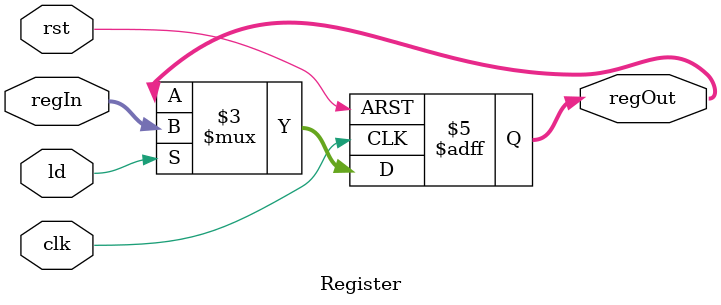
<source format=sv>
module Register(clk, rst, ld, regIn, regOut);

    parameter SIZE = 8;
    input clk, rst, ld;
    input [(SIZE-1):0] regIn;
    output logic [(SIZE-1):0] regOut;
    
    initial begin
        regOut = 0;
    end

    always@(posedge clk, posedge rst) begin
        if(rst)
            regOut <= 0;
        else if(ld)
            regOut <= regIn;
    end

endmodule
</source>
